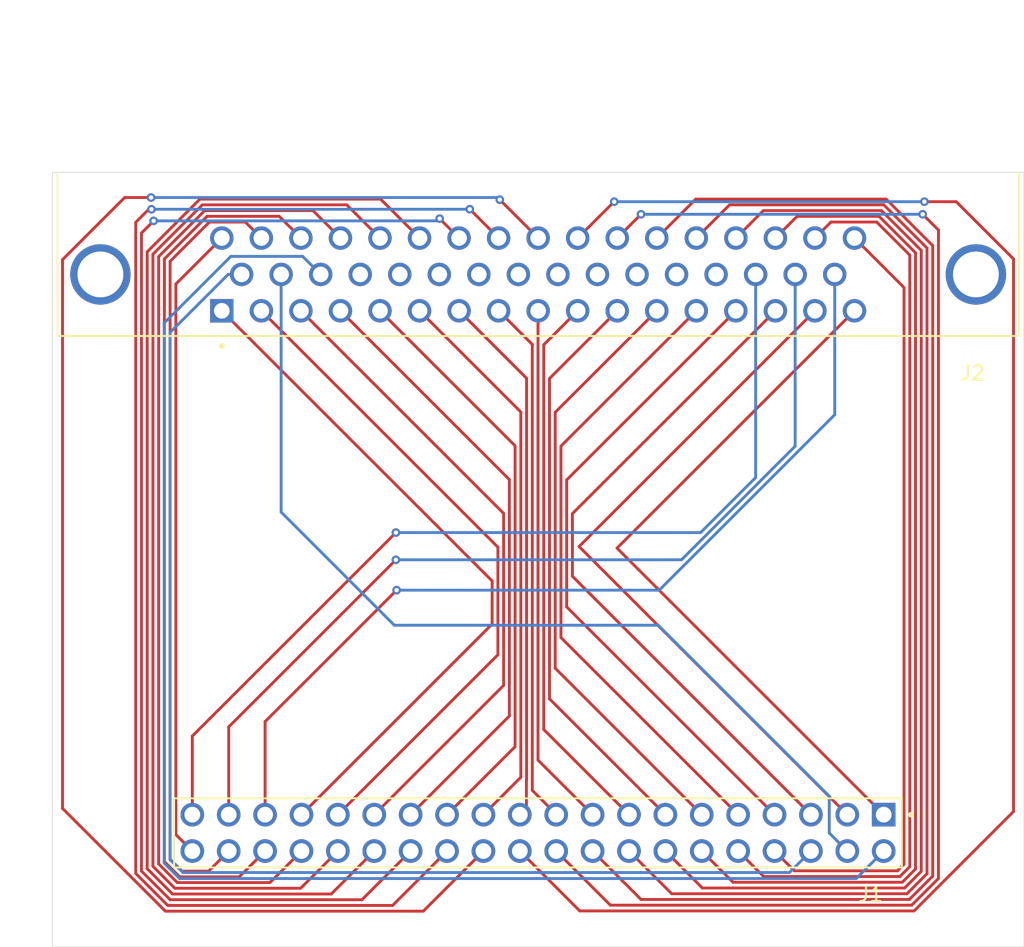
<source format=kicad_pcb>
(kicad_pcb (version 20240108) (generator "pcbnew") (generator_version "8.0")
  (layers (0 "F.Cu" signal) (31 "B.Cu" signal) (34 "B.Paste" user) (35 "F.Paste" user) (36 "B.SilkS" user "B.Silkscreen") (37 "F.SilkS" user "F.Silkscreen") (38 "B.Mask" user) (39 "F.Mask" user) (44 "Edge.Cuts" user))
  (net 0 "")
  (net 11 "Net-(J1-Pad25)")
  (net 12 "Net-(J1-Pad06)")
  (net 13 "Net-(J1-Pad11)")
  (net 14 "Net-(J1-Pad40)")
  (net 15 "Net-(J1-Pad01)")
  (net 16 "Net-(J1-Pad36)")
  (net 17 "Net-(J1-Pad30)")
  (net 18 "Net-(J1-Pad32)")
  (net 19 "Net-(J1-Pad29)")
  (net 20 "Net-(J1-Pad02)")
  (net 21 "Net-(J1-Pad03)")
  (net 22 "Net-(J1-Pad05)")
  (net 23 "Net-(J1-Pad23)")
  (net 24 "Net-(J1-Pad13)")
  (net 25 "Net-(J1-Pad33)")
  (net 26 "Net-(J1-Pad28)")
  (net 27 "Net-(J1-Pad16)")
  (net 28 "Net-(J1-Pad09)")
  (net 29 "Net-(J1-Pad26)")
  (net 30 "Net-(J1-Pad14)")
  (net 31 "Net-(J1-Pad07)")
  (net 32 "Net-(J1-Pad17)")
  (net 33 "Net-(J1-Pad24)")
  (net 34 "Net-(J1-Pad20)")
  (net 35 "Net-(J1-Pad21)")
  (net 36 "Net-(J1-Pad10)")
  (net 37 "Net-(J1-Pad08)")
  (net 38 "Net-(J1-Pad19)")
  (net 39 "Net-(J1-Pad31)")
  (net 40 "Net-(J1-Pad34)")
  (net 41 "Net-(J1-Pad18)")
  (net 42 "Net-(J1-Pad35)")
  (net 43 "Net-(J1-Pad37)")
  (net 44 "Net-(J1-Pad15)")
  (net 45 "Net-(J1-Pad39)")
  (net 46 "Net-(J1-Pad04)")
  (net 47 "Net-(J1-Pad27)")
  (net 48 "Net-(J1-Pad22)")
  (net 49 "Net-(J1-Pad12)")
  (net 50 "Net-(J1-Pad38)")
  (footprint "68602_140HLF:AMPHENOL_68602-140HLF" (layer "F.Cu") (at 150 109 180)
    (property "Reference" "J1" (at -23.225 -4.3 0) (layer "F.SilkS"))
    (property "Value" "68602-140HLF")
    (fp_line (start 25.4 2.415) (end -25.4 2.415) (stroke (width 0.127)) (layer "F.SilkS"))
    (fp_line (start 25.4 -2.415) (end 25.4 2.415) (stroke (width 0.127)) (layer "F.SilkS"))
    (fp_line (start 25.4 -2.415) (end -25.4 -2.415) (stroke (width 0.127)) (layer "F.SilkS"))
    (fp_line (start -25.4 2.415) (end -25.4 -2.415) (stroke (width 0.127)) (layer "F.SilkS"))
    (fp_circle (center -26.05 1.27) (end -25.95 1.27) (stroke (width 0.2)) (fill none) (layer "F.SilkS"))
    (pad "01" thru_hole rect (at -24.13 1.27 180) (size 1.65 1.65) (drill 1.1) (layers "*.Cu" "*.Mask") (net 15 "Net-(J1-Pad01)"))
    (pad "02" thru_hole circle (at -24.13 -1.27 180) (size 1.65 1.65) (drill 1.1) (layers "*.Cu" "*.Mask") (net 20 "Net-(J1-Pad02)"))
    (pad "03" thru_hole circle (at -21.59 1.27 180) (size 1.65 1.65) (drill 1.1) (layers "*.Cu" "*.Mask") (net 21 "Net-(J1-Pad03)"))
    (pad "04" thru_hole circle (at -21.59 -1.27 180) (size 1.65 1.65) (drill 1.1) (layers "*.Cu" "*.Mask") (net 46 "Net-(J1-Pad04)"))
    (pad "05" thru_hole circle (at -19.05 1.27 180) (size 1.65 1.65) (drill 1.1) (layers "*.Cu" "*.Mask") (net 22 "Net-(J1-Pad05)"))
    (pad "06" thru_hole circle (at -19.05 -1.27 180) (size 1.65 1.65) (drill 1.1) (layers "*.Cu" "*.Mask") (net 12 "Net-(J1-Pad06)"))
    (pad "07" thru_hole circle (at -16.51 1.27 180) (size 1.65 1.65) (drill 1.1) (layers "*.Cu" "*.Mask") (net 31 "Net-(J1-Pad07)"))
    (pad "08" thru_hole circle (at -16.51 -1.27 180) (size 1.65 1.65) (drill 1.1) (layers "*.Cu" "*.Mask") (net 37 "Net-(J1-Pad08)"))
    (pad "09" thru_hole circle (at -13.97 1.27 180) (size 1.65 1.65) (drill 1.1) (layers "*.Cu" "*.Mask") (net 28 "Net-(J1-Pad09)"))
    (pad "10" thru_hole circle (at -13.97 -1.27 180) (size 1.65 1.65) (drill 1.1) (layers "*.Cu" "*.Mask") (net 36 "Net-(J1-Pad10)"))
    (pad "11" thru_hole circle (at -11.43 1.27 180) (size 1.65 1.65) (drill 1.1) (layers "*.Cu" "*.Mask") (net 13 "Net-(J1-Pad11)"))
    (pad "12" thru_hole circle (at -11.43 -1.27 180) (size 1.65 1.65) (drill 1.1) (layers "*.Cu" "*.Mask") (net 49 "Net-(J1-Pad12)"))
    (pad "13" thru_hole circle (at -8.89 1.27 180) (size 1.65 1.65) (drill 1.1) (layers "*.Cu" "*.Mask") (net 24 "Net-(J1-Pad13)"))
    (pad "14" thru_hole circle (at -8.89 -1.27 180) (size 1.65 1.65) (drill 1.1) (layers "*.Cu" "*.Mask") (net 30 "Net-(J1-Pad14)"))
    (pad "15" thru_hole circle (at -6.35 1.27 180) (size 1.65 1.65) (drill 1.1) (layers "*.Cu" "*.Mask") (net 44 "Net-(J1-Pad15)"))
    (pad "16" thru_hole circle (at -6.35 -1.27 180) (size 1.65 1.65) (drill 1.1) (layers "*.Cu" "*.Mask") (net 27 "Net-(J1-Pad16)"))
    (pad "17" thru_hole circle (at -3.81 1.27 180) (size 1.65 1.65) (drill 1.1) (layers "*.Cu" "*.Mask") (net 32 "Net-(J1-Pad17)"))
    (pad "18" thru_hole circle (at -3.81 -1.27 180) (size 1.65 1.65) (drill 1.1) (layers "*.Cu" "*.Mask") (net 41 "Net-(J1-Pad18)"))
    (pad "19" thru_hole circle (at -1.27 1.27 180) (size 1.65 1.65) (drill 1.1) (layers "*.Cu" "*.Mask") (net 38 "Net-(J1-Pad19)"))
    (pad "20" thru_hole circle (at -1.27 -1.27 180) (size 1.65 1.65) (drill 1.1) (layers "*.Cu" "*.Mask") (net 34 "Net-(J1-Pad20)"))
    (pad "21" thru_hole circle (at 1.27 1.27 180) (size 1.65 1.65) (drill 1.1) (layers "*.Cu" "*.Mask") (net 35 "Net-(J1-Pad21)"))
    (pad "22" thru_hole circle (at 1.27 -1.27 180) (size 1.65 1.65) (drill 1.1) (layers "*.Cu" "*.Mask") (net 48 "Net-(J1-Pad22)"))
    (pad "23" thru_hole circle (at 3.81 1.27 180) (size 1.65 1.65) (drill 1.1) (layers "*.Cu" "*.Mask") (net 23 "Net-(J1-Pad23)"))
    (pad "24" thru_hole circle (at 3.81 -1.27 180) (size 1.65 1.65) (drill 1.1) (layers "*.Cu" "*.Mask") (net 33 "Net-(J1-Pad24)"))
    (pad "25" thru_hole circle (at 6.35 1.27 180) (size 1.65 1.65) (drill 1.1) (layers "*.Cu" "*.Mask") (net 11 "Net-(J1-Pad25)"))
    (pad "26" thru_hole circle (at 6.35 -1.27 180) (size 1.65 1.65) (drill 1.1) (layers "*.Cu" "*.Mask") (net 29 "Net-(J1-Pad26)"))
    (pad "27" thru_hole circle (at 8.89 1.27 180) (size 1.65 1.65) (drill 1.1) (layers "*.Cu" "*.Mask") (net 47 "Net-(J1-Pad27)"))
    (pad "28" thru_hole circle (at 8.89 -1.27 180) (size 1.65 1.65) (drill 1.1) (layers "*.Cu" "*.Mask") (net 26 "Net-(J1-Pad28)"))
    (pad "29" thru_hole circle (at 11.43 1.27 180) (size 1.65 1.65) (drill 1.1) (layers "*.Cu" "*.Mask") (net 19 "Net-(J1-Pad29)"))
    (pad "30" thru_hole circle (at 11.43 -1.27 180) (size 1.65 1.65) (drill 1.1) (layers "*.Cu" "*.Mask") (net 17 "Net-(J1-Pad30)"))
    (pad "31" thru_hole circle (at 13.97 1.27 180) (size 1.65 1.65) (drill 1.1) (layers "*.Cu" "*.Mask") (net 39 "Net-(J1-Pad31)"))
    (pad "32" thru_hole circle (at 13.97 -1.27 180) (size 1.65 1.65) (drill 1.1) (layers "*.Cu" "*.Mask") (net 18 "Net-(J1-Pad32)"))
    (pad "33" thru_hole circle (at 16.51 1.27 180) (size 1.65 1.65) (drill 1.1) (layers "*.Cu" "*.Mask") (net 25 "Net-(J1-Pad33)"))
    (pad "34" thru_hole circle (at 16.51 -1.27 180) (size 1.65 1.65) (drill 1.1) (layers "*.Cu" "*.Mask") (net 40 "Net-(J1-Pad34)"))
    (pad "35" thru_hole circle (at 19.05 1.27 180) (size 1.65 1.65) (drill 1.1) (layers "*.Cu" "*.Mask") (net 42 "Net-(J1-Pad35)"))
    (pad "36" thru_hole circle (at 19.05 -1.27 180) (size 1.65 1.65) (drill 1.1) (layers "*.Cu" "*.Mask") (net 16 "Net-(J1-Pad36)"))
    (pad "37" thru_hole circle (at 21.59 1.27 180) (size 1.65 1.65) (drill 1.1) (layers "*.Cu" "*.Mask") (net 43 "Net-(J1-Pad37)"))
    (pad "38" thru_hole circle (at 21.59 -1.27 180) (size 1.65 1.65) (drill 1.1) (layers "*.Cu" "*.Mask") (net 50 "Net-(J1-Pad38)"))
    (pad "39" thru_hole circle (at 24.13 1.27 180) (size 1.65 1.65) (drill 1.1) (layers "*.Cu" "*.Mask") (net 45 "Net-(J1-Pad39)"))
    (pad "40" thru_hole circle (at 24.13 -1.27 180) (size 1.65 1.65) (drill 1.1) (layers "*.Cu" "*.Mask") (net 14 "Net-(J1-Pad40)"))
  )
  (footprint "D50S82C6GX00LF:AMPHENOL_D50S82C6GX00LF" (layer "F.Cu") (at 150.01 70 180)
    (property "Reference" "J2" (at -30.325 -6.885 0) (layer "F.SilkS"))
    (property "Value" "D50S82C6GX00LF")
    (fp_line (start 33.55 -4.3) (end 33.55 7) (stroke (width 0.127)) (layer "F.SilkS"))
    (fp_line (start -33.55 7) (end -33.55 -4.3) (stroke (width 0.127)) (layer "F.SilkS"))
    (fp_line (start -33.55 -4.3) (end 33.55 -4.3) (stroke (width 0.127)) (layer "F.SilkS"))
    (fp_circle (center 22.08 -5) (end 22.18 -5) (stroke (width 0.2)) (fill none) (layer "F.SilkS"))
    (pad "1" thru_hole rect (at 22.08 -2.54 180) (size 1.635 1.635) (drill 1.09) (layers "*.Cu" "*.Mask") (net 25 "Net-(J1-Pad33)"))
    (pad "2" thru_hole circle (at 19.32 -2.54 180) (size 1.635 1.635) (drill 1.09) (layers "*.Cu" "*.Mask") (net 39 "Net-(J1-Pad31)"))
    (pad "3" thru_hole circle (at 16.56 -2.54 180) (size 1.635 1.635) (drill 1.09) (layers "*.Cu" "*.Mask") (net 19 "Net-(J1-Pad29)"))
    (pad "4" thru_hole circle (at 13.8 -2.54 180) (size 1.635 1.635) (drill 1.09) (layers "*.Cu" "*.Mask") (net 47 "Net-(J1-Pad27)"))
    (pad "5" thru_hole circle (at 11.04 -2.54 180) (size 1.635 1.635) (drill 1.09) (layers "*.Cu" "*.Mask") (net 11 "Net-(J1-Pad25)"))
    (pad "6" thru_hole circle (at 8.28 -2.54 180) (size 1.635 1.635) (drill 1.09) (layers "*.Cu" "*.Mask") (net 23 "Net-(J1-Pad23)"))
    (pad "7" thru_hole circle (at 5.52 -2.54 180) (size 1.635 1.635) (drill 1.09) (layers "*.Cu" "*.Mask") (net 35 "Net-(J1-Pad21)"))
    (pad "8" thru_hole circle (at 2.76 -2.54 180) (size 1.635 1.635) (drill 1.09) (layers "*.Cu" "*.Mask") (net 38 "Net-(J1-Pad19)"))
    (pad "9" thru_hole circle (at 0 -2.54 180) (size 1.635 1.635) (drill 1.09) (layers "*.Cu" "*.Mask") (net 32 "Net-(J1-Pad17)"))
    (pad "10" thru_hole circle (at -2.76 -2.54 180) (size 1.635 1.635) (drill 1.09) (layers "*.Cu" "*.Mask") (net 44 "Net-(J1-Pad15)"))
    (pad "11" thru_hole circle (at -5.52 -2.54 180) (size 1.635 1.635) (drill 1.09) (layers "*.Cu" "*.Mask") (net 24 "Net-(J1-Pad13)"))
    (pad "12" thru_hole circle (at -8.28 -2.54 180) (size 1.635 1.635) (drill 1.09) (layers "*.Cu" "*.Mask") (net 13 "Net-(J1-Pad11)"))
    (pad "13" thru_hole circle (at -11.04 -2.54 180) (size 1.635 1.635) (drill 1.09) (layers "*.Cu" "*.Mask") (net 28 "Net-(J1-Pad09)"))
    (pad "14" thru_hole circle (at -13.8 -2.54 180) (size 1.635 1.635) (drill 1.09) (layers "*.Cu" "*.Mask") (net 31 "Net-(J1-Pad07)"))
    (pad "15" thru_hole circle (at -16.56 -2.54 180) (size 1.635 1.635) (drill 1.09) (layers "*.Cu" "*.Mask") (net 22 "Net-(J1-Pad05)"))
    (pad "16" thru_hole circle (at -19.32 -2.54 180) (size 1.635 1.635) (drill 1.09) (layers "*.Cu" "*.Mask") (net 21 "Net-(J1-Pad03)"))
    (pad "17" thru_hole circle (at -22.08 -2.54 180) (size 1.635 1.635) (drill 1.09) (layers "*.Cu" "*.Mask") (net 15 "Net-(J1-Pad01)"))
    (pad "18" thru_hole circle (at 20.7 0 180) (size 1.635 1.635) (drill 1.09) (layers "*.Cu" "*.Mask") (net 12 "Net-(J1-Pad06)"))
    (pad "19" thru_hole circle (at 17.94 0 180) (size 1.635 1.635) (drill 1.09) (layers "*.Cu" "*.Mask") (net 46 "Net-(J1-Pad04)"))
    (pad "20" thru_hole circle (at 15.18 0 180) (size 1.635 1.635) (drill 1.09) (layers "*.Cu" "*.Mask") (net 20 "Net-(J1-Pad02)"))
    (pad "21" thru_hole circle (at 12.42 0 180) (size 1.635 1.635) (drill 1.09) (layers "*.Cu" "*.Mask"))
    (pad "22" thru_hole circle (at 9.66 0 180) (size 1.635 1.635) (drill 1.09) (layers "*.Cu" "*.Mask"))
    (pad "23" thru_hole circle (at 6.9 0 180) (size 1.635 1.635) (drill 1.09) (layers "*.Cu" "*.Mask"))
    (pad "24" thru_hole circle (at 4.14 0 180) (size 1.635 1.635) (drill 1.09) (layers "*.Cu" "*.Mask"))
    (pad "25" thru_hole circle (at 1.38 0 180) (size 1.635 1.635) (drill 1.09) (layers "*.Cu" "*.Mask"))
    (pad "26" thru_hole circle (at -1.38 0 180) (size 1.635 1.635) (drill 1.09) (layers "*.Cu" "*.Mask"))
    (pad "27" thru_hole circle (at -4.14 0 180) (size 1.635 1.635) (drill 1.09) (layers "*.Cu" "*.Mask"))
    (pad "28" thru_hole circle (at -6.9 0 180) (size 1.635 1.635) (drill 1.09) (layers "*.Cu" "*.Mask"))
    (pad "29" thru_hole circle (at -9.66 0 180) (size 1.635 1.635) (drill 1.09) (layers "*.Cu" "*.Mask"))
    (pad "30" thru_hole circle (at -12.42 0 180) (size 1.635 1.635) (drill 1.09) (layers "*.Cu" "*.Mask"))
    (pad "31" thru_hole circle (at -15.18 0 180) (size 1.635 1.635) (drill 1.09) (layers "*.Cu" "*.Mask") (net 45 "Net-(J1-Pad39)"))
    (pad "32" thru_hole circle (at -17.94 0 180) (size 1.635 1.635) (drill 1.09) (layers "*.Cu" "*.Mask") (net 43 "Net-(J1-Pad37)"))
    (pad "33" thru_hole circle (at -20.7 0 180) (size 1.635 1.635) (drill 1.09) (layers "*.Cu" "*.Mask") (net 42 "Net-(J1-Pad35)"))
    (pad "34" thru_hole circle (at 22.08 2.54 180) (size 1.635 1.635) (drill 1.09) (layers "*.Cu" "*.Mask") (net 14 "Net-(J1-Pad40)"))
    (pad "35" thru_hole circle (at 19.32 2.54 180) (size 1.635 1.635) (drill 1.09) (layers "*.Cu" "*.Mask") (net 50 "Net-(J1-Pad38)"))
    (pad "36" thru_hole circle (at 16.56 2.54 180) (size 1.635 1.635) (drill 1.09) (layers "*.Cu" "*.Mask") (net 16 "Net-(J1-Pad36)"))
    (pad "37" thru_hole circle (at 13.8 2.54 180) (size 1.635 1.635) (drill 1.09) (layers "*.Cu" "*.Mask") (net 40 "Net-(J1-Pad34)"))
    (pad "38" thru_hole circle (at 11.04 2.54 180) (size 1.635 1.635) (drill 1.09) (layers "*.Cu" "*.Mask") (net 18 "Net-(J1-Pad32)"))
    (pad "39" thru_hole circle (at 8.28 2.54 180) (size 1.635 1.635) (drill 1.09) (layers "*.Cu" "*.Mask") (net 17 "Net-(J1-Pad30)"))
    (pad "40" thru_hole circle (at 5.52 2.54 180) (size 1.635 1.635) (drill 1.09) (layers "*.Cu" "*.Mask") (net 26 "Net-(J1-Pad28)"))
    (pad "41" thru_hole circle (at 2.76 2.54 180) (size 1.635 1.635) (drill 1.09) (layers "*.Cu" "*.Mask") (net 29 "Net-(J1-Pad26)"))
    (pad "42" thru_hole circle (at 0 2.54 180) (size 1.635 1.635) (drill 1.09) (layers "*.Cu" "*.Mask") (net 33 "Net-(J1-Pad24)"))
    (pad "43" thru_hole circle (at -2.76 2.54 180) (size 1.635 1.635) (drill 1.09) (layers "*.Cu" "*.Mask") (net 48 "Net-(J1-Pad22)"))
    (pad "44" thru_hole circle (at -5.52 2.54 180) (size 1.635 1.635) (drill 1.09) (layers "*.Cu" "*.Mask") (net 34 "Net-(J1-Pad20)"))
    (pad "45" thru_hole circle (at -8.28 2.54 180) (size 1.635 1.635) (drill 1.09) (layers "*.Cu" "*.Mask") (net 41 "Net-(J1-Pad18)"))
    (pad "46" thru_hole circle (at -11.04 2.54 180) (size 1.635 1.635) (drill 1.09) (layers "*.Cu" "*.Mask") (net 27 "Net-(J1-Pad16)"))
    (pad "47" thru_hole circle (at -13.8 2.54 180) (size 1.635 1.635) (drill 1.09) (layers "*.Cu" "*.Mask") (net 30 "Net-(J1-Pad14)"))
    (pad "48" thru_hole circle (at -16.56 2.54 180) (size 1.635 1.635) (drill 1.09) (layers "*.Cu" "*.Mask") (net 49 "Net-(J1-Pad12)"))
    (pad "49" thru_hole circle (at -19.32 2.54 180) (size 1.635 1.635) (drill 1.09) (layers "*.Cu" "*.Mask") (net 36 "Net-(J1-Pad10)"))
    (pad "50" thru_hole circle (at -22.08 2.54 180) (size 1.635 1.635) (drill 1.09) (layers "*.Cu" "*.Mask") (net 37 "Net-(J1-Pad08)"))
    (pad "SH1" thru_hole circle (at -30.555 0 180) (size 4.216 4.216) (drill 3.2) (layers "*.Cu" "*.Mask"))
    (pad "SH2" thru_hole circle (at 30.555 0 180) (size 4.216 4.216) (drill 3.2) (layers "*.Cu" "*.Mask"))
  )
  (gr_rect (start 116.1 62.87) (end 183.92 116.97) (stroke (width 0.05)) (fill none) (layer "Edge.Cuts"))
  (segment (start 148.4 102.98) (end 148.4 81.97) (width 0.2) (layer "F.Cu") (net 11))
  (segment (start 143.65 107.73) (end 148.4 102.98) (width 0.2) (layer "F.Cu") (net 11))
  (segment (start 148.4 81.97) (end 138.97 72.54) (width 0.2) (layer "F.Cu") (net 11))
  (segment (start 124.32 110.87) (end 124.32 74.05) (width 0.2) (layer "B.Cu") (net 12))
  (segment (start 169.05 110.27) (end 167.55 111.77) (width 0.2) (layer "B.Cu") (net 12))
  (segment (start 125.22 111.77) (end 124.32 110.87) (width 0.2) (layer "B.Cu") (net 12))
  (segment (start 128.37 70) (end 129.31 70) (width 0.2) (layer "B.Cu") (net 12))
  (segment (start 124.32 74.05) (end 128.37 70) (width 0.2) (layer "B.Cu") (net 12))
  (segment (start 167.55 111.77) (end 125.22 111.77) (width 0.2) (layer "B.Cu") (net 12))
  (segment (start 151.2 79.63) (end 158.29 72.54) (width 0.2) (layer "F.Cu") (net 13))
  (segment (start 161.43 107.73) (end 151.2 97.5) (width 0.2) (layer "F.Cu") (net 13))
  (segment (start 151.2 97.5) (end 151.2 79.63) (width 0.2) (layer "F.Cu") (net 13))
  (segment (start 127.93 67.46) (end 124.72 70.67) (width 0.2) (layer "F.Cu") (net 14))
  (segment (start 124.72 70.67) (end 124.72 109.12) (width 0.2) (layer "F.Cu") (net 14))
  (segment (start 124.72 109.12) (end 125.87 110.27) (width 0.2) (layer "F.Cu") (net 14))
  (segment (start 174.13 107.73) (end 155.515 89.115) (width 0.2) (layer "F.Cu") (net 15))
  (segment (start 155.515 89.115) (end 172.09 72.54) (width 0.2) (layer "F.Cu") (net 15))
  (segment (start 123.92 68.91843) (end 123.92 111.005884) (width 0.2) (layer "F.Cu") (net 16))
  (segment (start 124.984116 112.07) (end 129.15 112.07) (width 0.2) (layer "F.Cu") (net 16))
  (segment (start 129.15 112.07) (end 130.95 110.27) (width 0.2) (layer "F.Cu") (net 16))
  (segment (start 131.9325 65.9425) (end 126.89593 65.9425) (width 0.2) (layer "F.Cu") (net 16))
  (segment (start 123.92 111.005884) (end 124.984116 112.07) (width 0.2) (layer "F.Cu") (net 16))
  (segment (start 126.89593 65.9425) (end 123.92 68.91843) (width 0.2) (layer "F.Cu") (net 16))
  (segment (start 133.45 67.46) (end 131.9325 65.9425) (width 0.2) (layer "F.Cu") (net 16))
  (segment (start 122.72 111.502942) (end 124.487058 113.27) (width 0.2) (layer "F.Cu") (net 17))
  (segment (start 141.73 67.46) (end 139.0125 64.7425) (width 0.2) (layer "F.Cu") (net 17))
  (segment (start 139.0125 64.7425) (end 126.398872 64.7425) (width 0.2) (layer "F.Cu") (net 17))
  (segment (start 126.398872 64.7425) (end 122.72 68.421372) (width 0.2) (layer "F.Cu") (net 17))
  (segment (start 122.72 68.421372) (end 122.72 111.502942) (width 0.2) (layer "F.Cu") (net 17))
  (segment (start 124.487058 113.27) (end 135.57 113.27) (width 0.2) (layer "F.Cu") (net 17))
  (segment (start 135.57 113.27) (end 138.57 110.27) (width 0.2) (layer "F.Cu") (net 17))
  (segment (start 136.03 110.27) (end 133.43 112.87) (width 0.2) (layer "F.Cu") (net 18))
  (segment (start 123.12 111.337256) (end 123.12 68.587058) (width 0.2) (layer "F.Cu") (net 18))
  (segment (start 123.12 68.587058) (end 126.564558 65.1425) (width 0.2) (layer "F.Cu") (net 18))
  (segment (start 126.564558 65.1425) (end 136.6525 65.1425) (width 0.2) (layer "F.Cu") (net 18))
  (segment (start 136.6525 65.1425) (end 138.97 67.46) (width 0.2) (layer "F.Cu") (net 18))
  (segment (start 133.43 112.87) (end 124.652744 112.87) (width 0.2) (layer "F.Cu") (net 18))
  (segment (start 124.652744 112.87) (end 123.12 111.337256) (width 0.2) (layer "F.Cu") (net 18))
  (segment (start 138.57 107.73) (end 147.6 98.7) (width 0.2) (layer "F.Cu") (net 19))
  (segment (start 147.6 98.7) (end 147.6 86.69) (width 0.2) (layer "F.Cu") (net 19))
  (segment (start 147.6 86.69) (end 133.45 72.54) (width 0.2) (layer "F.Cu") (net 19))
  (segment (start 124.99 112.19) (end 123.91 111.11) (width 0.2) (layer "B.Cu") (net 20))
  (segment (start 123.91 73.39) (end 128.56 68.74) (width 0.2) (layer "B.Cu") (net 20))
  (segment (start 123.91 111.11) (end 123.91 73.39) (width 0.2) (layer "B.Cu") (net 20))
  (segment (start 172.21 112.19) (end 124.99 112.19) (width 0.2) (layer "B.Cu") (net 20))
  (segment (start 128.56 68.74) (end 133.57 68.74) (width 0.2) (layer "B.Cu") (net 20))
  (segment (start 174.13 110.27) (end 172.21 112.19) (width 0.2) (layer "B.Cu") (net 20))
  (segment (start 133.57 68.74) (end 134.83 70) (width 0.2) (layer "B.Cu") (net 20))
  (segment (start 152.865 89.005) (end 169.33 72.54) (width 0.2) (layer "F.Cu") (net 21))
  (segment (start 171.59 107.73) (end 152.865 89.005) (width 0.2) (layer "F.Cu") (net 21))
  (segment (start 169.05 107.73) (end 152.4 91.08) (width 0.2) (layer "F.Cu") (net 22))
  (segment (start 152.4 86.71) (end 166.57 72.54) (width 0.2) (layer "F.Cu") (net 22))
  (segment (start 152.4 91.08) (end 152.4 86.71) (width 0.2) (layer "F.Cu") (net 22))
  (segment (start 148.8 105.12) (end 148.8 79.61) (width 0.2) (layer "F.Cu") (net 23))
  (segment (start 146.19 107.73) (end 148.8 105.12) (width 0.2) (layer "F.Cu") (net 23))
  (segment (start 148.8 79.61) (end 141.73 72.54) (width 0.2) (layer "F.Cu") (net 23))
  (segment (start 150.8 99.64) (end 150.8 77.27) (width 0.2) (layer "F.Cu") (net 24))
  (segment (start 150.8 77.27) (end 155.53 72.54) (width 0.2) (layer "F.Cu") (net 24))
  (segment (start 158.89 107.73) (end 150.8 99.64) (width 0.2) (layer "F.Cu") (net 24))
  (segment (start 146.8 94.42) (end 146.8 91.41) (width 0.2) (layer "F.Cu") (net 25))
  (segment (start 146.8 91.41) (end 127.93 72.54) (width 0.2) (layer "F.Cu") (net 25))
  (segment (start 133.49 107.73) (end 146.8 94.42) (width 0.2) (layer "F.Cu") (net 25))
  (segment (start 143.135 66.105) (end 144.49 67.46) (width 0.2) (layer "F.Cu") (net 26))
  (segment (start 124.321372 113.67) (end 137.71 113.67) (width 0.2) (layer "F.Cu") (net 26))
  (segment (start 122.32 111.668628) (end 124.321372 113.67) (width 0.2) (layer "F.Cu") (net 26))
  (segment (start 137.71 113.67) (end 141.11 110.27) (width 0.2) (layer "F.Cu") (net 26))
  (segment (start 123.17 66.26) (end 122.32 67.11) (width 0.2) (layer "F.Cu") (net 26))
  (segment (start 122.32 67.11) (end 122.32 111.668628) (width 0.2) (layer "F.Cu") (net 26))
  (via (at 123.17 66.26) (size 0.6) (drill 0.3) (layers "F.Cu" "B.Cu") (net 26))
  (via (at 143.135 66.105) (size 0.6) (drill 0.3) (layers "F.Cu" "B.Cu") (net 26))
  (segment (start 123.17 66.26) (end 142.99 66.26) (width 0.2) (layer "B.Cu") (net 26))
  (segment (start 142.99 66.26) (end 143.14 66.11) (width 0.2) (layer "B.Cu") (net 26))
  (segment (start 177.15 68.157058) (end 174.135442 65.1425) (width 0.2) (layer "F.Cu") (net 27))
  (segment (start 163.3675 65.1425) (end 161.05 67.46) (width 0.2) (layer "F.Cu") (net 27))
  (segment (start 159.33 113.25) (end 175.752942 113.25) (width 0.2) (layer "F.Cu") (net 27))
  (segment (start 156.35 110.27) (end 159.33 113.25) (width 0.2) (layer "F.Cu") (net 27))
  (segment (start 175.752942 113.25) (end 177.15 111.852942) (width 0.2) (layer "F.Cu") (net 27))
  (segment (start 177.15 111.852942) (end 177.15 68.157058) (width 0.2) (layer "F.Cu") (net 27))
  (segment (start 174.135442 65.1425) (end 163.3675 65.1425) (width 0.2) (layer "F.Cu") (net 27))
  (segment (start 163.97 107.73) (end 151.6 95.36) (width 0.2) (layer "F.Cu") (net 28))
  (segment (start 151.6 95.36) (end 151.6 81.99) (width 0.2) (layer "F.Cu") (net 28))
  (segment (start 151.6 81.99) (end 161.05 72.54) (width 0.2) (layer "F.Cu") (net 28))
  (segment (start 122.831471 65.45) (end 123.02 65.45) (width 0.2) (layer "F.Cu") (net 29))
  (segment (start 121.92 111.834314) (end 121.92 66.361471) (width 0.2) (layer "F.Cu") (net 29))
  (segment (start 143.65 110.27) (end 139.85 114.07) (width 0.2) (layer "F.Cu") (net 29))
  (segment (start 139.85 114.07) (end 124.155686 114.07) (width 0.2) (layer "F.Cu") (net 29))
  (segment (start 145.235 65.445) (end 147.25 67.46) (width 0.2) (layer "F.Cu") (net 29))
  (segment (start 121.92 66.361471) (end 122.831471 65.45) (width 0.2) (layer "F.Cu") (net 29))
  (segment (start 124.155686 114.07) (end 121.92 111.834314) (width 0.2) (layer "F.Cu") (net 29))
  (via (at 145.235 65.445) (size 0.6) (drill 0.3) (layers "F.Cu" "B.Cu") (net 29))
  (via (at 123.02 65.45) (size 0.6) (drill 0.3) (layers "F.Cu" "B.Cu") (net 29))
  (segment (start 123.02 65.45) (end 145.24 65.45) (width 0.2) (layer "B.Cu") (net 29))
  (segment (start 175.587256 112.85) (end 176.75 111.687256) (width 0.2) (layer "F.Cu") (net 30))
  (segment (start 176.75 68.322744) (end 173.969756 65.5425) (width 0.2) (layer "F.Cu") (net 30))
  (segment (start 176.75 111.687256) (end 176.75 68.322744) (width 0.2) (layer "F.Cu") (net 30))
  (segment (start 161.47 112.85) (end 175.587256 112.85) (width 0.2) (layer "F.Cu") (net 30))
  (segment (start 173.969756 65.5425) (end 165.7275 65.5425) (width 0.2) (layer "F.Cu") (net 30))
  (segment (start 158.89 110.27) (end 161.47 112.85) (width 0.2) (layer "F.Cu") (net 30))
  (segment (start 165.7275 65.5425) (end 163.81 67.46) (width 0.2) (layer "F.Cu") (net 30))
  (segment (start 166.51 107.73) (end 152 93.22) (width 0.2) (layer "F.Cu") (net 31))
  (segment (start 152 93.22) (end 152 84.35) (width 0.2) (layer "F.Cu") (net 31))
  (segment (start 152 84.35) (end 163.81 72.54) (width 0.2) (layer "F.Cu") (net 31))
  (segment (start 153.81 107.73) (end 150 103.92) (width 0.2) (layer "F.Cu") (net 32))
  (segment (start 150 72.55) (end 150.01 72.54) (width 0.2) (layer "F.Cu") (net 32))
  (segment (start 150 103.92) (end 150 72.55) (width 0.2) (layer "F.Cu") (net 32))
  (segment (start 122.99 64.63) (end 121.15 64.63) (width 0.2) (layer "F.Cu") (net 33))
  (segment (start 147.33 64.78) (end 150.01 67.46) (width 0.2) (layer "F.Cu") (net 33))
  (segment (start 123.99 114.47) (end 141.99 114.47) (width 0.2) (layer "F.Cu") (net 33))
  (segment (start 121.15 64.63) (end 116.81 68.97) (width 0.2) (layer "F.Cu") (net 33))
  (segment (start 147.32 64.77) (end 147.33 64.78) (width 0.2) (layer "F.Cu") (net 33))
  (segment (start 116.81 107.29) (end 123.99 114.47) (width 0.2) (layer "F.Cu") (net 33))
  (segment (start 116.81 68.97) (end 116.81 107.29) (width 0.2) (layer "F.Cu") (net 33))
  (segment (start 141.99 114.47) (end 146.19 110.27) (width 0.2) (layer "F.Cu") (net 33))
  (via (at 122.99 64.63) (size 0.6) (drill 0.3) (layers "F.Cu" "B.Cu") (net 33))
  (via (at 147.33 64.78) (size 0.6) (drill 0.3) (layers "F.Cu" "B.Cu") (net 33))
  (segment (start 147.18 64.63) (end 147.35 64.8) (width 0.2) (layer "B.Cu") (net 33))
  (segment (start 122.99 64.63) (end 147.18 64.63) (width 0.2) (layer "B.Cu") (net 33))
  (segment (start 177.95 112.184314) (end 177.95 66.9) (width 0.2) (layer "F.Cu") (net 34))
  (segment (start 176.084314 114.05) (end 177.95 112.184314) (width 0.2) (layer "F.Cu") (net 34))
  (segment (start 155.05 114.05) (end 176.084314 114.05) (width 0.2) (layer "F.Cu") (net 34))
  (segment (start 151.27 110.27) (end 155.05 114.05) (width 0.2) (layer "F.Cu") (net 34))
  (segment (start 157.19 65.8) (end 155.53 67.46) (width 0.2) (layer "F.Cu") (net 34))
  (segment (start 177.95 66.9) (end 176.85 65.8) (width 0.2) (layer "F.Cu") (net 34))
  (via (at 176.85 65.8) (size 0.6) (drill 0.3) (layers "F.Cu" "B.Cu") (net 34))
  (via (at 157.19 65.8) (size 0.6) (drill 0.3) (layers "F.Cu" "B.Cu") (net 34))
  (segment (start 157.19 65.8) (end 176.85 65.8) (width 0.2) (layer "B.Cu") (net 34))
  (segment (start 149.2 77.25) (end 144.49 72.54) (width 0.2) (layer "F.Cu") (net 35))
  (segment (start 149.19 107.27) (end 149.19 105.295686) (width 0.2) (layer "F.Cu") (net 35))
  (segment (start 149.2 105.285686) (end 149.2 77.25) (width 0.2) (layer "F.Cu") (net 35))
  (segment (start 148.73 107.73) (end 149.19 107.27) (width 0.2) (layer "F.Cu") (net 35))
  (segment (start 149.19 105.295686) (end 149.2 105.285686) (width 0.2) (layer "F.Cu") (net 35))
  (segment (start 173.638384 66.3425) (end 175.95 68.654116) (width 0.2) (layer "F.Cu") (net 36))
  (segment (start 170.4475 66.3425) (end 173.638384 66.3425) (width 0.2) (layer "F.Cu") (net 36))
  (segment (start 175.255884 112.05) (end 165.75 112.05) (width 0.2) (layer "F.Cu") (net 36))
  (segment (start 165.75 112.05) (end 163.97 110.27) (width 0.2) (layer "F.Cu") (net 36))
  (segment (start 169.33 67.46) (end 170.4475 66.3425) (width 0.2) (layer "F.Cu") (net 36))
  (segment (start 175.95 68.654116) (end 175.95 111.355884) (width 0.2) (layer "F.Cu") (net 36))
  (segment (start 175.95 111.355884) (end 175.255884 112.05) (width 0.2) (layer "F.Cu") (net 36))
  (segment (start 175.55 111.190198) (end 175.55 70.92) (width 0.2) (layer "F.Cu") (net 37))
  (segment (start 167.89 111.65) (end 175.090198 111.65) (width 0.2) (layer "F.Cu") (net 37))
  (segment (start 175.090198 111.65) (end 175.55 111.190198) (width 0.2) (layer "F.Cu") (net 37))
  (segment (start 166.51 110.27) (end 167.89 111.65) (width 0.2) (layer "F.Cu") (net 37))
  (segment (start 175.55 70.92) (end 172.09 67.46) (width 0.2) (layer "F.Cu") (net 37))
  (segment (start 149.6 106.03) (end 149.6 74.89) (width 0.2) (layer "F.Cu") (net 38))
  (segment (start 149.6 74.89) (end 147.25 72.54) (width 0.2) (layer "F.Cu") (net 38))
  (segment (start 151.27 107.73) (end 151.27 107.7) (width 0.2) (layer "F.Cu") (net 38))
  (segment (start 151.27 107.7) (end 149.6 106.03) (width 0.2) (layer "F.Cu") (net 38))
  (segment (start 136.03 107.73) (end 147.2 96.56) (width 0.2) (layer "F.Cu") (net 39))
  (segment (start 147.2 96.56) (end 147.2 89.05) (width 0.2) (layer "F.Cu") (net 39))
  (segment (start 147.2 89.05) (end 130.69 72.54) (width 0.2) (layer "F.Cu") (net 39))
  (segment (start 136.21 67.46) (end 134.2925 65.5425) (width 0.2) (layer "F.Cu") (net 40))
  (segment (start 126.730244 65.5425) (end 123.52 68.752744) (width 0.2) (layer "F.Cu") (net 40))
  (segment (start 123.52 68.752744) (end 123.52 111.17157) (width 0.2) (layer "F.Cu") (net 40))
  (segment (start 134.2925 65.5425) (end 126.730244 65.5425) (width 0.2) (layer "F.Cu") (net 40))
  (segment (start 131.29 112.47) (end 133.49 110.27) (width 0.2) (layer "F.Cu") (net 40))
  (segment (start 123.52 111.17157) (end 124.81843 112.47) (width 0.2) (layer "F.Cu") (net 40))
  (segment (start 124.81843 112.47) (end 131.29 112.47) (width 0.2) (layer "F.Cu") (net 40))
  (segment (start 174.301128 64.7425) (end 161.0075 64.7425) (width 0.2) (layer "F.Cu") (net 41))
  (segment (start 177.55 112.018628) (end 177.55 67.991372) (width 0.2) (layer "F.Cu") (net 41))
  (segment (start 157.19 113.65) (end 175.918628 113.65) (width 0.2) (layer "F.Cu") (net 41))
  (segment (start 161.0075 64.7425) (end 158.29 67.46) (width 0.2) (layer "F.Cu") (net 41))
  (segment (start 153.81 110.27) (end 157.19 113.65) (width 0.2) (layer "F.Cu") (net 41))
  (segment (start 175.918628 113.65) (end 177.55 112.018628) (width 0.2) (layer "F.Cu") (net 41))
  (segment (start 177.55 67.991372) (end 174.301128 64.7425) (width 0.2) (layer "F.Cu") (net 41))
  (segment (start 130.95 107.73) (end 130.95 101.23) (width 0.2) (layer "F.Cu") (net 42))
  (segment (start 130.95 101.23) (end 140.13 92.05) (width 0.2) (layer "F.Cu") (net 42))
  (via (at 140.13 92.05) (size 0.6) (drill 0.3) (layers "F.Cu" "B.Cu") (net 42))
  (segment (start 158.461372 92.05) (end 170.71 79.801372) (width 0.2) (layer "B.Cu") (net 42))
  (segment (start 170.71 79.801372) (end 170.71 70) (width 0.2) (layer "B.Cu") (net 42))
  (segment (start 140.13 92.05) (end 158.461372 92.05) (width 0.2) (layer "B.Cu") (net 42))
  (segment (start 128.41 107.73) (end 128.41 101.6) (width 0.2) (layer "F.Cu") (net 43))
  (segment (start 128.41 101.6) (end 140.08 89.93) (width 0.2) (layer "F.Cu") (net 43))
  (via (at 140.08 89.93) (size 0.6) (drill 0.3) (layers "F.Cu" "B.Cu") (net 43))
  (segment (start 140.08 89.93) (end 160.015686 89.93) (width 0.2) (layer "B.Cu") (net 43))
  (segment (start 167.95 81.995686) (end 167.95 70) (width 0.2) (layer "B.Cu") (net 43))
  (segment (start 160.015686 89.93) (end 167.95 81.995686) (width 0.2) (layer "B.Cu") (net 43))
  (segment (start 156.35 107.73) (end 150.4 101.78) (width 0.2) (layer "F.Cu") (net 44))
  (segment (start 150.4 101.78) (end 150.4 74.91) (width 0.2) (layer "F.Cu") (net 44))
  (segment (start 150.4 74.91) (end 152.77 72.54) (width 0.2) (layer "F.Cu") (net 44))
  (segment (start 125.87 102.24) (end 140.08 88.03) (width 0.2) (layer "F.Cu") (net 45))
  (segment (start 125.87 107.73) (end 125.87 102.24) (width 0.2) (layer "F.Cu") (net 45))
  (via (at 140.08 88.03) (size 0.6) (drill 0.3) (layers "F.Cu" "B.Cu") (net 45))
  (segment (start 140.08 88.03) (end 161.35 88.03) (width 0.2) (layer "B.Cu") (net 45))
  (segment (start 161.35 88.03) (end 165.19 84.19) (width 0.2) (layer "B.Cu") (net 45))
  (segment (start 165.19 84.19) (end 165.19 70) (width 0.2) (layer "B.Cu") (net 45))
  (segment (start 158.39 94.5) (end 139.97 94.5) (width 0.2) (layer "B.Cu") (net 46))
  (segment (start 132.07 86.6) (end 132.07 70) (width 0.2) (layer "B.Cu") (net 46))
  (segment (start 139.97 94.5) (end 132.07 86.6) (width 0.2) (layer "B.Cu") (net 46))
  (segment (start 170.33 109.01) (end 170.33 106.44) (width 0.2) (layer "B.Cu") (net 46))
  (segment (start 171.59 110.27) (end 170.33 109.01) (width 0.2) (layer "B.Cu") (net 46))
  (segment (start 170.33 106.44) (end 158.39 94.5) (width 0.2) (layer "B.Cu") (net 46))
  (segment (start 148 100.84) (end 148 84.33) (width 0.2) (layer "F.Cu") (net 47))
  (segment (start 141.11 107.73) (end 148 100.84) (width 0.2) (layer "F.Cu") (net 47))
  (segment (start 148 84.33) (end 136.21 72.54) (width 0.2) (layer "F.Cu") (net 47))
  (segment (start 176.97 64.92) (end 179.19 64.92) (width 0.2) (layer "F.Cu") (net 48))
  (segment (start 183.19 68.92) (end 183.19 107.51) (width 0.2) (layer "F.Cu") (net 48))
  (segment (start 155.19 65.04) (end 155.2 65.04) (width 0.2) (layer "F.Cu") (net 48))
  (segment (start 155.2 65.04) (end 155.32 64.92) (width 0.2) (layer "F.Cu") (net 48))
  (segment (start 183.19 107.51) (end 176.25 114.45) (width 0.2) (layer "F.Cu") (net 48))
  (segment (start 179.19 64.92) (end 183.19 68.92) (width 0.2) (layer "F.Cu") (net 48))
  (segment (start 155.32 64.92) (end 155.31 64.92) (width 0.2) (layer "F.Cu") (net 48))
  (segment (start 176.25 114.45) (end 152.91 114.45) (width 0.2) (layer "F.Cu") (net 48))
  (segment (start 152.91 114.45) (end 148.73 110.27) (width 0.2) (layer "F.Cu") (net 48))
  (segment (start 155.31 64.92) (end 152.77 67.46) (width 0.2) (layer "F.Cu") (net 48))
  (via (at 176.97 64.92) (size 0.6) (drill 0.3) (layers "F.Cu" "B.Cu") (net 48))
  (via (at 155.32 64.92) (size 0.6) (drill 0.3) (layers "F.Cu" "B.Cu") (net 48))
  (segment (start 155.32 64.92) (end 176.97 64.92) (width 0.2) (layer "B.Cu") (net 48))
  (segment (start 163.61 112.45) (end 175.42157 112.45) (width 0.2) (layer "F.Cu") (net 49))
  (segment (start 161.43 110.27) (end 163.61 112.45) (width 0.2) (layer "F.Cu") (net 49))
  (segment (start 173.80407 65.9425) (end 168.0875 65.9425) (width 0.2) (layer "F.Cu") (net 49))
  (segment (start 175.42157 112.45) (end 176.35 111.52157) (width 0.2) (layer "F.Cu") (net 49))
  (segment (start 176.35 68.48843) (end 173.80407 65.9425) (width 0.2) (layer "F.Cu") (net 49))
  (segment (start 176.35 111.52157) (end 176.35 68.48843) (width 0.2) (layer "F.Cu") (net 49))
  (segment (start 168.0875 65.9425) (end 166.57 67.46) (width 0.2) (layer "F.Cu") (net 49))
  (segment (start 127.01 111.67) (end 125.149802 111.67) (width 0.2) (layer "F.Cu") (net 50))
  (segment (start 125.149802 111.67) (end 124.32 110.840198) (width 0.2) (layer "F.Cu") (net 50))
  (segment (start 124.32 69.084116) (end 127.061616 66.3425) (width 0.2) (layer "F.Cu") (net 50))
  (segment (start 127.061616 66.3425) (end 129.5725 66.3425) (width 0.2) (layer "F.Cu") (net 50))
  (segment (start 129.5725 66.3425) (end 130.69 67.46) (width 0.2) (layer "F.Cu") (net 50))
  (segment (start 128.41 110.27) (end 127.01 111.67) (width 0.2) (layer "F.Cu") (net 50))
  (segment (start 124.32 110.840198) (end 124.32 69.084116) (width 0.2) (layer "F.Cu") (net 50))
)
</source>
